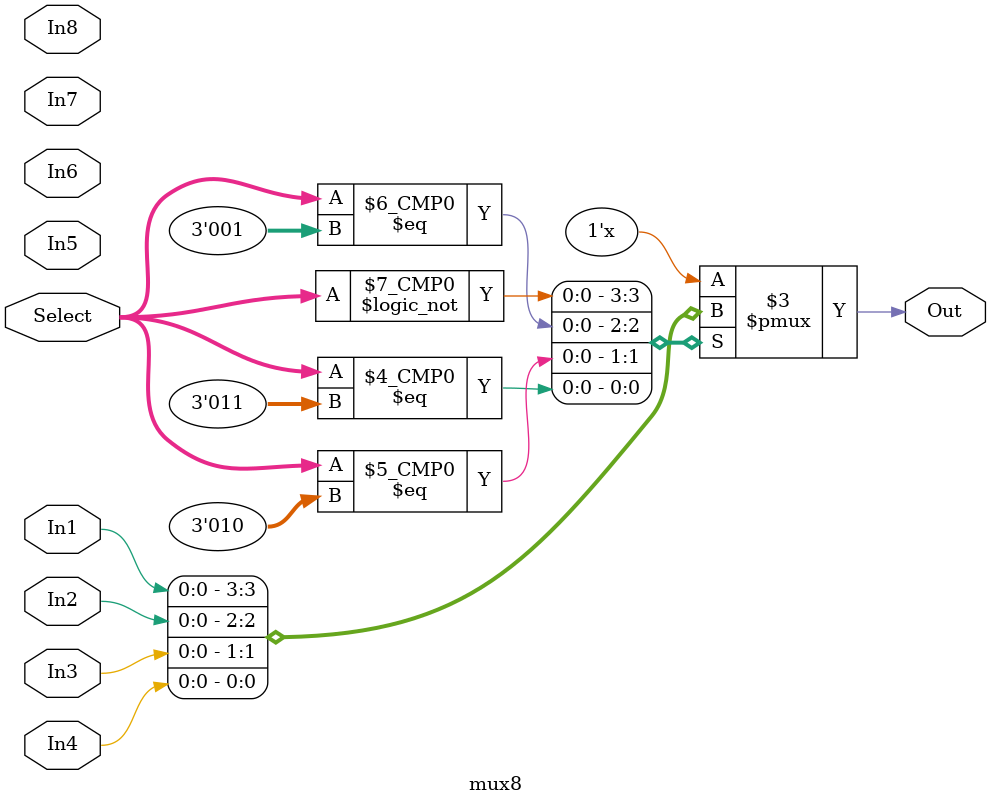
<source format=v>
module mux8( Select, In1, In2, In3, In4, In5, In6, In7, In8, Out );

input In1, In2, In3, In4, In5, In6, In7, In8;
input [2:0] Select;
output Out;
reg Out; //guarda a informação
always@(In1 or In2 or In3 or In4 or In5 or In6 or In7 or In8 or Select)
begin
	case(Select)
	2'b000 : Out = In1;
	2'b001 : Out = In2;
	2'b010 : Out = In3;
	2'b011 : Out = In4;
	2'b100 : Out = In5;
	2'b101 : Out = In6;
	2'b110 : Out = In7;
	2'b111 : Out = In8;
	endcase
	end
 

endmodule

</source>
